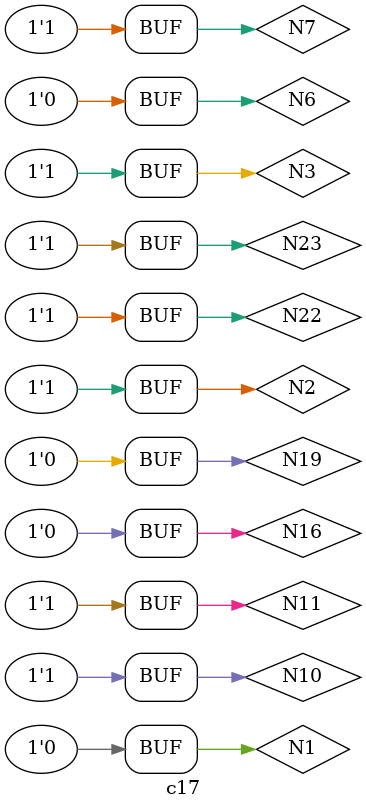
<source format=v>
module c17 ;

reg N1,N2,N3,N6,N7;

wire N22,N23;

wire N10,N11,N16,N19;

nand NAND2_1 (N10, N1, N3);
nand NAND2_2 (N11, N3, N6);
nand NAND2_3 (N16, N2, N11);
nand NAND2_4 (N19, N11, N7);
nand NAND2_5 (N22, N10, N16);
nand NAND2_6 (N23, N16, N19);

initial begin
  N7=1; // key
  	N2=1;
  	N1=0;
  	N3=1;
  	N6=0;
  	$dumpfile(" 996.vcd");
  $dumpvars;
end

endmodule

</source>
